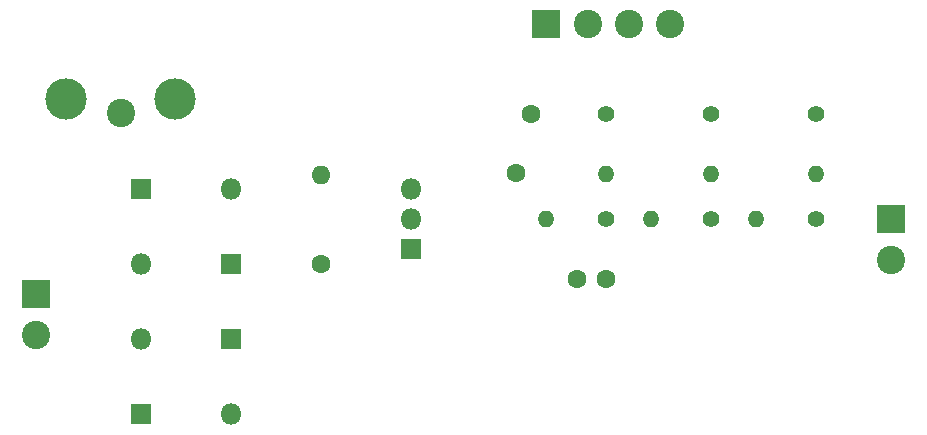
<source format=gbr>
G04 #@! TF.FileFunction,Copper,L2,Bot,Signal*
%FSLAX46Y46*%
G04 Gerber Fmt 4.6, Leading zero omitted, Abs format (unit mm)*
G04 Created by KiCad (PCBNEW 4.0.7) date 11/25/17 15:46:29*
%MOMM*%
%LPD*%
G01*
G04 APERTURE LIST*
%ADD10C,0.100000*%
%ADD11C,1.600000*%
%ADD12O,1.600000X1.600000*%
%ADD13R,1.800000X1.800000*%
%ADD14O,1.800000X1.800000*%
%ADD15C,3.500000*%
%ADD16C,2.400000*%
%ADD17R,2.400000X2.400000*%
%ADD18C,1.400000*%
%ADD19O,1.400000X1.400000*%
G04 APERTURE END LIST*
D10*
D11*
X129540000Y-97790000D03*
D12*
X129540000Y-90290000D03*
D11*
X153670000Y-99060000D03*
X151170000Y-99060000D03*
D13*
X121920000Y-97790000D03*
D14*
X114300000Y-97790000D03*
D13*
X114300000Y-91440000D03*
D14*
X121920000Y-91440000D03*
D13*
X121920000Y-104140000D03*
D14*
X114300000Y-104140000D03*
D13*
X114300000Y-110490000D03*
D14*
X121920000Y-110490000D03*
D15*
X107950000Y-83820000D03*
D16*
X112550000Y-85020000D03*
D15*
X117150000Y-83820000D03*
D11*
X147320000Y-85090000D03*
X146020000Y-90090000D03*
D17*
X105410000Y-100330000D03*
D16*
X105410000Y-103830000D03*
D17*
X148590000Y-77470000D03*
D16*
X152090000Y-77470000D03*
X155590000Y-77470000D03*
X159090000Y-77470000D03*
D17*
X177800000Y-93980000D03*
D16*
X177800000Y-97480000D03*
D18*
X153670000Y-85090000D03*
D19*
X153670000Y-90170000D03*
D18*
X153670000Y-93980000D03*
D19*
X148590000Y-93980000D03*
D18*
X162560000Y-93980000D03*
D19*
X157480000Y-93980000D03*
D18*
X162560000Y-85090000D03*
D19*
X162560000Y-90170000D03*
D18*
X171450000Y-93980000D03*
D19*
X166370000Y-93980000D03*
D18*
X171450000Y-85090000D03*
D19*
X171450000Y-90170000D03*
D13*
X137160000Y-96520000D03*
D14*
X137160000Y-93980000D03*
X137160000Y-91440000D03*
M02*

</source>
